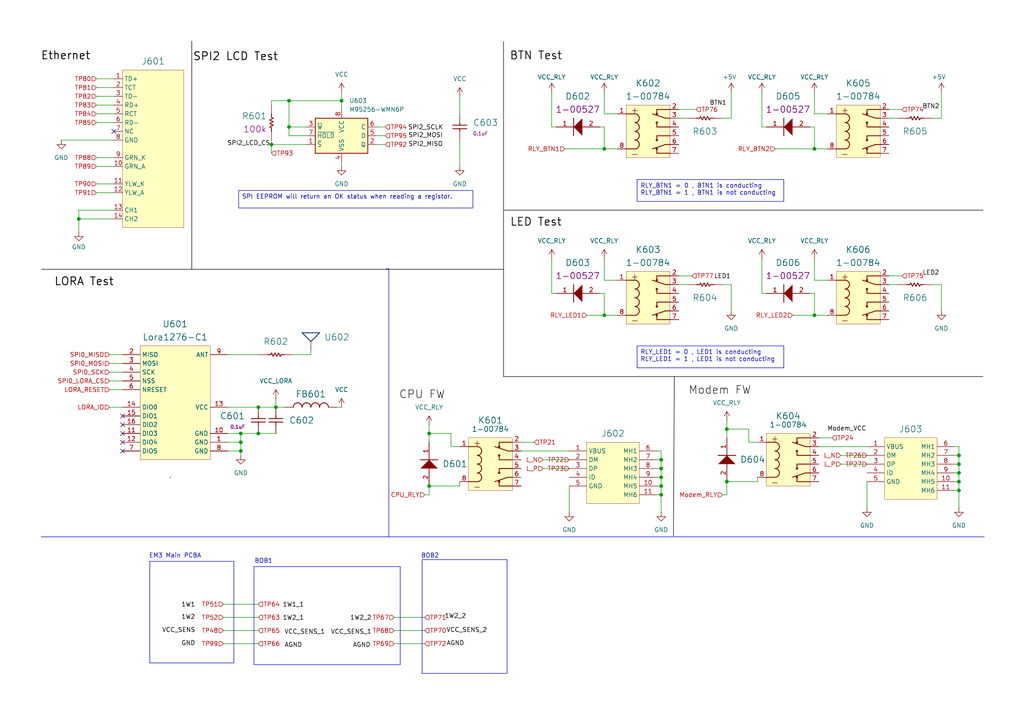
<source format=kicad_sch>
(kicad_sch (version 20231120) (generator "eeschema") (generator_version "8.0")
  (paper "A4")
  (lib_symbols
    (symbol "EXACT_CAP:1-00004"
      (property "Reference" "C" (at 0 0 0))
      (property "Value" "${VALUE}" (at 5.08 0 0))
      (symbol "1-00004_1_0"
        (pin passive line (at -3.81 0 0) (length 2.54) (name "1") (number "1"))
        (pin passive line (at 3.81 0 180) (length 2.54) (name "2") (number "2"))
      )
    )
    (symbol "EXACT_CAP:CL21A106KPFNNNG"
      (property "Reference" "C" (at 0 0 0))
      (symbol "CL21A106KPFNNNG_1_0"
        (pin passive line (at -3.81 0 0) (length 2.54) (name "1") (number "1"))
        (pin passive line (at 3.81 0 180) (length 2.54) (name "2") (number "2"))
      )
    )
    (symbol "EXACT_CONN:1-01311"
      (property "Reference" "J" (at 2.54 2.54 0))
      (symbol "1-01311_1_0"
        (pin passive line (at 0 0 0) (length 2.54) (name "TD+") (number "1"))
        (pin passive line (at 0 -25.4 0) (length 2.54) (name "GRN_A") (number "10"))
        (pin passive line (at 0 -30.48 0) (length 2.54) (name "YLW_K") (number "11"))
        (pin passive line (at 0 -33.02 0) (length 2.54) (name "YLW_A") (number "12"))
        (pin passive line (at 0 -38.1 0) (length 2.54) (name "CH1") (number "13"))
        (pin passive line (at 0 -40.64 0) (length 2.54) (name "CH2") (number "14"))
        (pin passive line (at 0 -2.54 0) (length 2.54) (name "TCT") (number "2"))
        (pin passive line (at 0 -5.08 0) (length 2.54) (name "TD-") (number "3"))
        (pin passive line (at 0 -7.62 0) (length 2.54) (name "RD+") (number "4"))
        (pin passive line (at 0 -10.16 0) (length 2.54) (name "RCT") (number "5"))
        (pin passive line (at 0 -12.7 0) (length 2.54) (name "RD-") (number "6"))
        (pin passive line (at 0 -15.24 0) (length 2.54) (name "NC") (number "7"))
        (pin passive line (at 0 -17.78 0) (length 2.54) (name "GND") (number "8"))
        (pin passive line (at 0 -22.86 0) (length 2.54) (name "GRN_K") (number "9"))
      )
    )
    (symbol "EXACT_CONN:10118192-0001LF"
      (property "Reference" "J" (at -1.27 1.27 0))
      (property "Value" "10118192-0001LF" (at -1.27 -3.81 0))
      (symbol "10118192-0001LF_1_0"
        (pin passive line (at -12.7 5.08 0) (length 5.08) (name "VBUS") (number "1"))
        (pin passive line (at 12.7 -5.08 180) (length 5.08) (name "MH5") (number "10"))
        (pin passive line (at 12.7 -7.62 180) (length 5.08) (name "MH6") (number "11"))
        (pin passive line (at -12.7 2.54 0) (length 5.08) (name "DM") (number "2"))
        (pin passive line (at -12.7 0 0) (length 5.08) (name "DP") (number "3"))
        (pin passive line (at -12.7 -2.54 0) (length 5.08) (name "ID") (number "4"))
        (pin passive line (at -12.7 -5.08 0) (length 5.08) (name "GND") (number "5"))
        (pin passive line (at 12.7 5.08 180) (length 5.08) (name "MH1") (number "6"))
        (pin passive line (at 12.7 2.54 180) (length 5.08) (name "MH2") (number "7"))
        (pin passive line (at 12.7 0 180) (length 5.08) (name "MH3") (number "8"))
        (pin passive line (at 12.7 -2.54 180) (length 5.08) (name "MH4") (number "9"))
      )
    )
    (symbol "EXACT_DIO:1-00527"
      (property "Reference" "D" (at -1.27 1.27 0))
      (property "EXACT Part Number" "1-00527" (at -5.08 2.54 0))
      (property "Voltage" "75V" (at 1.27 -2.54 0))
      (symbol "1-00527_1_0"
        (pin passive line (at 5.08 0 180) (length 5.08) (name "A") (number "1"))
        (pin passive line (at -7.62 0 0) (length 5.08) (name "K") (number "2"))
      )
    )
    (symbol "EXACT_IND:MPZ1608B471ATA00"
      (property "Reference" "FB" (at 1.27 1.27 0))
      (property "DCR" "470R" (at 1.27 -2.54 0))
      (property "Current" "1A" (at -6.35 -2.54 0))
      (symbol "MPZ1608B471ATA00_1_0"
        (pin passive line (at -7.62 0 0) (length 2.54) (name "1") (number "1"))
        (pin passive line (at 7.62 0 180) (length 2.54) (name "2") (number "2"))
      )
    )
    (symbol "EXACT_MISC:1-00784"
      (property "Reference" "K" (at -1.27 1.27 0))
      (property "Value" "1-00784" (at -1.27 -3.81 0))
      (symbol "1-00784_1_0"
        (text "+" (at -5.08 3.81 0) (effects (font (size 1.8288 1.8288)) (justify left bottom)))
        (text "-" (at -5.08 -8.89 0) (effects (font (size 1.8288 1.8288)) (justify left bottom)))
        (pin passive line (at -8.89 3.81 0) (length 2.54) (name "") (number "1"))
        (pin passive line (at 8.89 5.08 180) (length 2.54) (name "2") (number "2"))
        (pin passive line (at 8.89 2.54 180) (length 2.54) (name "") (number "3"))
        (pin passive line (at 8.89 0 180) (length 2.54) (name "") (number "4"))
        (pin passive line (at 8.89 -2.54 180) (length 2.54) (name "5") (number "5"))
        (pin passive line (at 8.89 -5.08 180) (length 2.54) (name "6") (number "6"))
        (pin passive line (at 8.89 -7.62 180) (length 2.54) (name "7") (number "7"))
        (pin passive line (at -8.89 -6.35 0) (length 2.54) (name "8") (number "8"))
      )
    )
    (symbol "EXACT_MISC:DN038"
      (property "Reference" "U" (at -1.27 1.27 0))
      (property "Value" "PCB Antenna 868MHz - 925MHz" (at -1.27 -3.81 0))
      (symbol "DN038_1_0"
        (pin passive line (at 0 -2.54 90) (length 2.54) (name "*") (number "1"))
      )
    )
    (symbol "EXACT_MOD:Lora1276-C1"
      (property "Reference" "U" (at -1.27 1.27 0))
      (property "Value" "Lora1276-C1" (at -1.27 -3.81 0))
      (symbol "Lora1276-C1_1_0"
        (pin passive line (at 15.24 -10.16 180) (length 5.08) (name "GND") (number "1"))
        (pin passive line (at 15.24 -7.62 180) (length 5.08) (name "GND") (number "10"))
        (pin passive line (at -15.24 -7.62 0) (length 5.08) (name "DIO3") (number "11"))
        (pin passive line (at -15.24 -10.16 0) (length 5.08) (name "DIO4") (number "12"))
        (pin passive line (at 15.24 0 180) (length 5.08) (name "VCC") (number "13"))
        (pin passive line (at -15.24 0 0) (length 5.08) (name "DIO0") (number "14"))
        (pin passive line (at -15.24 -2.54 0) (length 5.08) (name "DIO1") (number "15"))
        (pin passive line (at -15.24 -5.08 0) (length 5.08) (name "DIO2") (number "16"))
        (pin passive line (at -15.24 15.24 0) (length 5.08) (name "MISO") (number "2"))
        (pin passive line (at -15.24 12.7 0) (length 5.08) (name "MOSI") (number "3"))
        (pin passive line (at -15.24 10.16 0) (length 5.08) (name "SCK") (number "4"))
        (pin passive line (at -15.24 7.62 0) (length 5.08) (name "NSS") (number "5"))
        (pin passive line (at -15.24 5.08 0) (length 5.08) (name "NRESET") (number "6"))
        (pin passive line (at -15.24 -12.7 0) (length 5.08) (name "DIO5") (number "7"))
        (pin passive line (at 15.24 -12.7 180) (length 5.08) (name "GND") (number "8"))
        (pin passive line (at 15.24 15.24 180) (length 5.08) (name "ANT") (number "9"))
      )
    )
    (symbol "EXACT_RES:1-00015"
      (property "Reference" "R" (at -10.16 0 0))
      (property "Value" "${VALUE}" (at -3.81 0 0))
      (symbol "1-00015_1_0"
        (pin passive line (at 5.08 0 180) (length 2.54) (name "1") (number "1"))
        (pin passive line (at -5.08 0 0) (length 2.54) (name "2") (number "2"))
      )
    )
    (symbol "EXACT_RES:1-00045"
      (property "Reference" "R" (at -10.16 0 0))
      (property "Value" "${VALUE}" (at -3.81 0 0))
      (symbol "1-00045_1_0"
        (pin passive line (at 5.08 0 180) (length 2.54) (name "1") (number "1"))
        (pin passive line (at -5.08 0 0) (length 2.54) (name "2") (number "2"))
      )
    )
    (symbol "EXACT_RES:RC0603FR-07100KL"
      (property "Reference" "R" (at -10.16 0 0))
      (property "Value" "${VALUE}" (at -3.81 0 0))
      (symbol "RC0603FR-07100KL_1_0"
        (pin passive line (at 5.08 0 180) (length 2.54) (name "1") (number "1"))
        (pin passive line (at -5.08 0 0) (length 2.54) (name "2") (number "2"))
      )
    )
    (symbol "Memory_EEPROM:M95256-WMN6P"
      (property "Reference" "U" (at -7.62 6.35 0))
      (property "Value" "M95256-WMN6P" (at 2.54 -6.35 0))
      (symbol "M95256-WMN6P_1_1"
        (pin input line (at -10.16 -2.54 0) (length 2.54) (name "~{S}") (number "1"))
        (pin output line (at 10.16 -2.54 180) (length 2.54) (name "Q") (number "2"))
        (pin input line (at -10.16 2.54 0) (length 2.54) (name "~{W}") (number "3"))
        (pin power_in line (at 0 -7.62 90) (length 2.54) (name "VSS") (number "4"))
        (pin input line (at 10.16 0 180) (length 2.54) (name "D") (number "5"))
        (pin input line (at 10.16 2.54 180) (length 2.54) (name "C") (number "6"))
        (pin input line (at -10.16 0 0) (length 2.54) (name "~{HOLD}") (number "7"))
        (pin power_in line (at 0 7.62 270) (length 2.54) (name "VCC") (number "8"))
      )
    )
    (symbol "power:+1V0" (power) (pin_numbers hide) (pin_names (offset 0) hide)
      (property "Value" "+1V0" (at 0 3.556 0))
      (symbol "+1V0_1_1"
        (pin power_in line (at 0 0 90) (length 0) (name "~") (number "1"))
      )
    )
    (symbol "power:+5V" (power) (pin_numbers hide) (pin_names (offset 0) hide)
      (property "Value" "+5V" (at 0 3.556 0))
      (symbol "+5V_1_1"
        (pin power_in line (at 0 0 90) (length 0) (name "~") (number "1"))
      )
    )
    (symbol "power:GND" (power) (pin_numbers hide) (pin_names (offset 0) hide)
      (property "Value" "GND" (at 0 -3.81 0))
      (symbol "GND_1_1"
        (pin power_in line (at 0 0 270) (length 0) (name "~") (number "1"))
      )
    )
    (symbol "power:VCC" (power) (pin_numbers hide) (pin_names (offset 0) hide)
      (property "Value" "VCC" (at 0 3.556 0))
      (symbol "VCC_1_1"
        (pin power_in line (at 0 0 90) (length 0) (name "~") (number "1"))
      )
    )
  )
  (junction (at 74.93 125.73))
  (junction (at 99.06 29.21))
  (junction (at 22.86 63.5))
  (junction (at 278.13 142.24))
  (junction (at 236.22 43.18))
  (junction (at 80.01 118.11))
  (junction (at 191.77 138.43))
  (junction (at 83.82 29.21))
  (junction (at 74.93 118.11))
  (junction (at 69.85 125.73))
  (junction (at 124.46 125.73))
  (junction (at 69.85 130.81))
  (junction (at 210.82 139.7))
  (junction (at 78.74 41.91))
  (junction (at 278.13 134.62))
  (junction (at 191.77 133.35))
  (junction (at 175.26 43.18))
  (junction (at 210.82 124.46))
  (junction (at 278.13 132.08))
  (junction (at 278.13 139.7))
  (junction (at 83.82 36.83))
  (junction (at 278.13 137.16))
  (junction (at 69.85 128.27))
  (junction (at 124.46 140.97))
  (junction (at 191.77 135.89))
  (junction (at 236.22 91.44))
  (junction (at 175.26 91.44))
  (junction (at 191.77 143.51))
  (junction (at 191.77 140.97))
  (no_connect (at 35.56 130.81))
  (no_connect (at 35.56 120.65))
  (no_connect (at 35.56 125.73))
  (no_connect (at 35.56 123.19))
  (no_connect (at 33.02 38.1))
  (no_connect (at 35.56 128.27))
  (wire (pts (xy 66.04 128.27) (xy 69.85 128.27)))
  (wire (pts (xy 78.74 30.48) (xy 78.74 29.21)))
  (wire (pts (xy 157.48 133.35) (xy 165.1 133.35)))
  (wire (pts (xy 278.13 139.7) (xy 278.13 142.24)))
  (wire (pts (xy 175.26 43.18) (xy 179.07 43.18)))
  (wire (pts (xy 234.95 36.83) (xy 236.22 36.83)))
  (wire (pts (xy 31.75 113.03) (xy 35.56 113.03)))
  (wire (pts (xy 64.77 182.88) (xy 74.93 182.88)))
  (polyline (pts (xy 55.626 11.938) (xy 55.626 77.978)) (stroke (width 0) (color 0 0 0 1)))
  (wire (pts (xy 85.09 102.87) (xy 90.17 102.87)))
  (wire (pts (xy 278.13 132.08) (xy 278.13 134.62)))
  (wire (pts (xy 276.86 132.08) (xy 278.13 132.08)))
  (wire (pts (xy 109.22 41.91) (xy 111.76 41.91)))
  (wire (pts (xy 217.17 124.46) (xy 210.82 124.46)))
  (wire (pts (xy 219.71 139.7) (xy 219.71 138.43)))
  (wire (pts (xy 157.48 135.89) (xy 165.1 135.89)))
  (wire (pts (xy 236.22 91.44) (xy 240.03 91.44)))
  (wire (pts (xy 31.75 102.87) (xy 35.56 102.87)))
  (wire (pts (xy 83.82 39.37) (xy 83.82 36.83)))
  (wire (pts (xy 83.82 36.83) (xy 83.82 29.21)))
  (wire (pts (xy 276.86 134.62) (xy 278.13 134.62)))
  (wire (pts (xy 190.5 140.97) (xy 191.77 140.97)))
  (wire (pts (xy 170.18 91.44) (xy 175.26 91.44)))
  (wire (pts (xy 210.82 121.92) (xy 210.82 124.46)))
  (wire (pts (xy 163.83 43.18) (xy 175.26 43.18)))
  (wire (pts (xy 260.35 34.29) (xy 257.81 34.29)))
  (wire (pts (xy 278.13 129.54) (xy 278.13 132.08)))
  (wire (pts (xy 31.75 105.41) (xy 35.56 105.41)))
  (wire (pts (xy 78.74 40.64) (xy 78.74 41.91)))
  (wire (pts (xy 191.77 140.97) (xy 191.77 143.51)))
  (wire (pts (xy 229.87 91.44) (xy 236.22 91.44)))
  (wire (pts (xy 22.86 63.5) (xy 33.02 63.5)))
  (wire (pts (xy 276.86 137.16) (xy 278.13 137.16)))
  (wire (pts (xy 130.81 125.73) (xy 124.46 125.73)))
  (wire (pts (xy 237.49 127) (xy 241.3 127)))
  (wire (pts (xy 88.9 36.83) (xy 83.82 36.83)))
  (wire (pts (xy 133.35 129.54) (xy 130.81 129.54)))
  (wire (pts (xy 217.17 128.27) (xy 217.17 124.46)))
  (wire (pts (xy 212.09 26.67) (xy 212.09 34.29)))
  (wire (pts (xy 278.13 142.24) (xy 278.13 147.32)))
  (wire (pts (xy 27.94 55.88) (xy 33.02 55.88)))
  (wire (pts (xy 64.77 175.26) (xy 74.93 175.26)))
  (wire (pts (xy 190.5 138.43) (xy 191.77 138.43)))
  (wire (pts (xy 209.55 143.51) (xy 210.82 143.51)))
  (wire (pts (xy 236.22 26.67) (xy 236.22 33.02)))
  (wire (pts (xy 210.82 124.46) (xy 210.82 127)))
  (polyline (pts (xy 146.05 60.96) (xy 285.115 60.96)) (stroke (width 0) (color 0 0 0 1)))
  (wire (pts (xy 109.22 36.83) (xy 111.76 36.83)))
  (wire (pts (xy 27.94 45.72) (xy 33.02 45.72)))
  (wire (pts (xy 31.75 118.11) (xy 35.56 118.11)))
  (wire (pts (xy 114.3 186.69) (xy 123.19 186.69)))
  (wire (pts (xy 22.86 60.96) (xy 33.02 60.96)))
  (wire (pts (xy 27.94 35.56) (xy 33.02 35.56)))
  (wire (pts (xy 199.39 34.29) (xy 196.85 34.29)))
  (wire (pts (xy 220.98 85.09) (xy 222.25 85.09)))
  (wire (pts (xy 236.22 81.28) (xy 240.03 81.28)))
  (wire (pts (xy 210.82 139.7) (xy 219.71 139.7)))
  (wire (pts (xy 220.98 36.83) (xy 222.25 36.83)))
  (wire (pts (xy 69.85 128.27) (xy 69.85 130.81)))
  (wire (pts (xy 251.46 139.7) (xy 251.46 147.32)))
  (wire (pts (xy 133.35 27.94) (xy 133.35 33.02)))
  (polyline (pts (xy 146.05 78.105) (xy 12.065 78.105)) (stroke (width 0) (color 0 0 0 1)))
  (wire (pts (xy 99.06 118.11) (xy 97.79 118.11)))
  (wire (pts (xy 78.74 44.45) (xy 78.74 41.91)))
  (wire (pts (xy 123.19 143.51) (xy 124.46 143.51)))
  (wire (pts (xy 175.26 33.02) (xy 179.07 33.02)))
  (wire (pts (xy 276.86 129.54) (xy 278.13 129.54)))
  (wire (pts (xy 200.66 80.01) (xy 196.85 80.01)))
  (wire (pts (xy 191.77 138.43) (xy 191.77 140.97)))
  (polyline (pts (xy 112.014 77.978) (xy 112.776 77.978)))
  (polyline (pts (xy 49.276 138.43) (xy 49.53 138.43)) (stroke (width 0) (color 0 0 0 1)))
  (wire (pts (xy 273.05 82.55) (xy 273.05 90.17)))
  (wire (pts (xy 278.13 134.62) (xy 278.13 137.16)))
  (wire (pts (xy 173.99 85.09) (xy 175.26 85.09)))
  (wire (pts (xy 165.1 140.97) (xy 165.1 148.59)))
  (wire (pts (xy 273.05 26.67) (xy 273.05 34.29)))
  (wire (pts (xy 190.5 135.89) (xy 191.77 135.89)))
  (wire (pts (xy 199.39 82.55) (xy 196.85 82.55)))
  (wire (pts (xy 22.86 60.96) (xy 22.86 63.5)))
  (wire (pts (xy 237.49 129.54) (xy 251.46 129.54)))
  (wire (pts (xy 175.26 85.09) (xy 175.26 91.44)))
  (polyline (pts (xy 146.05 109.22) (xy 285.115 109.22)) (stroke (width 0) (color 0 0 0 1)))
  (wire (pts (xy 66.04 125.73) (xy 69.85 125.73)))
  (wire (pts (xy 175.26 26.67) (xy 175.26 33.02)))
  (wire (pts (xy 27.94 48.26) (xy 33.02 48.26)))
  (wire (pts (xy 83.82 29.21) (xy 99.06 29.21)))
  (polyline (pts (xy 146.05 78.105) (xy 146.05 109.22)) (stroke (width 0) (color 0 0 0 1)))
  (wire (pts (xy 234.95 85.09) (xy 236.22 85.09)))
  (wire (pts (xy 69.85 125.73) (xy 69.85 128.27)))
  (polyline (pts (xy 285.496 155.702) (xy 112.776 155.702)))
  (wire (pts (xy 212.09 82.55) (xy 209.55 82.55)))
  (wire (pts (xy 196.85 31.75) (xy 201.93 31.75)))
  (wire (pts (xy 236.22 85.09) (xy 236.22 91.44)))
  (wire (pts (xy 276.86 139.7) (xy 278.13 139.7)))
  (wire (pts (xy 17.78 40.64) (xy 33.02 40.64)))
  (wire (pts (xy 31.75 107.95) (xy 35.56 107.95)))
  (wire (pts (xy 22.86 63.5) (xy 22.86 67.31)))
  (wire (pts (xy 243.84 134.62) (xy 251.46 134.62)))
  (wire (pts (xy 74.93 125.73) (xy 80.01 125.73)))
  (wire (pts (xy 88.9 39.37) (xy 83.82 39.37)))
  (wire (pts (xy 27.94 33.02) (xy 33.02 33.02)))
  (wire (pts (xy 64.77 186.69) (xy 74.93 186.69)))
  (wire (pts (xy 124.46 143.51) (xy 124.46 140.97)))
  (wire (pts (xy 69.85 130.81) (xy 69.85 132.08)))
  (wire (pts (xy 99.06 29.21) (xy 99.06 31.75)))
  (wire (pts (xy 175.26 74.93) (xy 175.26 81.28)))
  (wire (pts (xy 190.5 143.51) (xy 191.77 143.51)))
  (wire (pts (xy 74.93 118.11) (xy 80.01 118.11)))
  (wire (pts (xy 66.04 118.11) (xy 74.93 118.11)))
  (wire (pts (xy 224.79 43.18) (xy 236.22 43.18)))
  (wire (pts (xy 276.86 142.24) (xy 278.13 142.24)))
  (wire (pts (xy 191.77 133.35) (xy 191.77 135.89)))
  (wire (pts (xy 175.26 91.44) (xy 179.07 91.44)))
  (wire (pts (xy 64.77 179.07) (xy 74.93 179.07)))
  (wire (pts (xy 133.35 40.64) (xy 133.35 48.26)))
  (polyline (pts (xy 146.05 12.065) (xy 146.05 78.105)) (stroke (width 0) (color 0 0 0 1)))
  (wire (pts (xy 27.94 30.48) (xy 33.02 30.48)))
  (wire (pts (xy 220.98 26.67) (xy 220.98 36.83)))
  (wire (pts (xy 99.06 26.67) (xy 99.06 29.21)))
  (wire (pts (xy 133.35 140.97) (xy 133.35 139.7)))
  (wire (pts (xy 212.09 34.29) (xy 209.55 34.29)))
  (wire (pts (xy 236.22 43.18) (xy 240.03 43.18)))
  (wire (pts (xy 151.13 130.81) (xy 165.1 130.81)))
  (wire (pts (xy 191.77 135.89) (xy 191.77 138.43)))
  (wire (pts (xy 130.81 129.54) (xy 130.81 125.73)))
  (wire (pts (xy 66.04 102.87) (xy 74.93 102.87)))
  (wire (pts (xy 78.74 41.91) (xy 88.9 41.91)))
  (wire (pts (xy 27.94 27.94) (xy 33.02 27.94)))
  (wire (pts (xy 124.46 123.19) (xy 124.46 125.73)))
  (wire (pts (xy 78.74 29.21) (xy 83.82 29.21)))
  (wire (pts (xy 236.22 33.02) (xy 240.03 33.02)))
  (wire (pts (xy 261.62 80.01) (xy 257.81 80.01)))
  (wire (pts (xy 190.5 130.81) (xy 191.77 130.81)))
  (wire (pts (xy 69.85 125.73) (xy 74.93 125.73)))
  (wire (pts (xy 278.13 137.16) (xy 278.13 139.7)))
  (wire (pts (xy 243.84 132.08) (xy 251.46 132.08)))
  (wire (pts (xy 99.06 46.99) (xy 99.06 48.26)))
  (wire (pts (xy 124.46 140.97) (xy 133.35 140.97)))
  (wire (pts (xy 219.71 128.27) (xy 217.17 128.27)))
  (wire (pts (xy 90.17 102.87) (xy 90.17 101.6)))
  (wire (pts (xy 175.26 81.28) (xy 179.07 81.28)))
  (wire (pts (xy 66.04 130.81) (xy 69.85 130.81)))
  (wire (pts (xy 173.99 36.83) (xy 175.26 36.83)))
  (wire (pts (xy 160.02 85.09) (xy 161.29 85.09)))
  (polyline (pts (xy 112.776 155.702) (xy 112.776 77.978)))
  (polyline (pts (xy 195.58 109.22) (xy 195.326 155.448)) (stroke (width 0) (color 0 0 0 1)))
  (wire (pts (xy 220.98 74.93) (xy 220.98 85.09)))
  (wire (pts (xy 260.35 82.55) (xy 257.81 82.55)))
  (wire (pts (xy 273.05 34.29) (xy 270.51 34.29)))
  (wire (pts (xy 31.75 110.49) (xy 35.56 110.49)))
  (wire (pts (xy 236.22 74.93) (xy 236.22 81.28)))
  (wire (pts (xy 151.13 128.27) (xy 154.94 128.27)))
  (wire (pts (xy 27.94 53.34) (xy 33.02 53.34)))
  (wire (pts (xy 175.26 36.83) (xy 175.26 43.18)))
  (wire (pts (xy 109.22 39.37) (xy 111.76 39.37)))
  (wire (pts (xy 80.01 115.57) (xy 80.01 118.11)))
  (wire (pts (xy 27.94 22.86) (xy 33.02 22.86)))
  (wire (pts (xy 114.3 179.07) (xy 123.19 179.07)))
  (polyline (pts (xy 11.938 155.702) (xy 112.776 155.702)))
  (wire (pts (xy 124.46 125.73) (xy 124.46 128.27)))
  (wire (pts (xy 114.3 182.88) (xy 123.19 182.88)))
  (wire (pts (xy 261.62 31.75) (xy 257.81 31.75)))
  (wire (pts (xy 27.94 25.4) (xy 33.02 25.4)))
  (wire (pts (xy 160.02 74.93) (xy 160.02 85.09)))
  (wire (pts (xy 210.82 143.51) (xy 210.82 139.7)))
  (wire (pts (xy 191.77 143.51) (xy 191.77 148.59)))
  (wire (pts (xy 191.77 130.81) (xy 191.77 133.35)))
  (wire (pts (xy 212.09 82.55) (xy 212.09 90.17)))
  (wire (pts (xy 273.05 82.55) (xy 270.51 82.55)))
  (wire (pts (xy 190.5 133.35) (xy 191.77 133.35)))
  (wire (pts (xy 160.02 26.67) (xy 160.02 36.83)))
  (wire (pts (xy 160.02 36.83) (xy 161.29 36.83)))
  (wire (pts (xy 82.55 118.11) (xy 80.01 118.11)))
  (wire (pts (xy 236.22 36.83) (xy 236.22 43.18)))
  (rectangle (start 73.66 164.338) (end 116.078 192.786))
  (rectangle (start 122.428 162.306) (end 147.066 195.326))
  (rectangle (start 43.434 162.814) (end 67.818 192.278))
  (text_box "RLY_BTN1 = 0 , BTN1 is conducting\nRLY_BTN1 = 1 , BTN1 is not conducting" (at 184.785 52.07 0) (size 42.545 6.35) (effects (font (size 1.27 1.27)) (justify left top)))
  (text_box "SPI EEPROM will return an OK status when reading a registor. \n" (at 69.215 55.245 0) (size 67.945 5.08) (effects (font (size 1.27 1.27) (thickness 0.1588)) (justify left top)))
  (text_box "RLY_LED1 = 0 , LED1 is conducting\nRLY_LED1 = 1 , LED1 is not conducting" (at 184.785 100.33 0) (size 42.545 6.35) (effects (font (size 1.27 1.27)) (justify left top)))
  (text "1W2" (at 54.61 179.07 0) (effects (font (size 1.27 1.27))))
  (text "BOB2" (at 124.714 161.29 0) (effects (font (size 1.27 1.27))))
  (text "LED Test" (at 155.448 64.516 0) (effects (font (size 2.286 2.286) (thickness 0.2381))))
  (text "LED1" (at 209.55 80.264 0) (effects (font (size 1.27 1.27))))
  (text "BTN2" (at 270.002 30.988 0) (effects (font (size 1.27 1.27))))
  (text "VCC_SENS_1" (at 88.392 183.388 0) (effects (font (size 1.27 1.27))))
  (text "GND" (at 54.61 186.69 0) (effects (font (size 1.27 1.27))))
  (text "1W1" (at 54.61 175.514 0) (effects (font (size 1.27 1.27))))
  (text "1W2_2" (at 132.08 178.816 0) (effects (font (size 1.27 1.27))))
  (text "CPU FW\n" (at 122.428 114.554 0) (effects (font (size 2.286 2.286))))
  (text "AGND" (at 85.09 187.198 0) (effects (font (size 1.27 1.27))))
  (text "LORA Test" (at 24.384 81.788 0) (effects (font (size 2.286 2.286) (thickness 0.254) (bold yes))))
  (text "Modem FW\n" (at 208.788 113.284 0) (effects (font (size 2.286 2.286))))
  (text "VCC_SENS" (at 51.816 182.88 0) (effects (font (size 1.27 1.27))))
  (text "Modem_VCC\n" (at 245.618 124.46 0) (effects (font (size 1.27 1.27))))
  (text "LED2" (at 270.002 79.248 0) (effects (font (size 1.27 1.27))))
  (text "SPI2_SCLK\n" (at 123.444 37.084 0) (effects (font (size 1.27 1.27))))
  (text "BTN1" (at 208.28 29.972 0) (effects (font (size 1.27 1.27))))
  (text "AGND" (at 132.08 186.69 0) (effects (font (size 1.27 1.27))))
  (text "VCC_SENS_1" (at 101.854 183.388 0) (effects (font (size 1.27 1.27))))
  (text "Ethernet\n" (at 19.05 16.256 0) (effects (font (size 2.286 2.286) (thickness 0.254) (bold yes))))
  (text "1W1_1\n" (at 85.09 175.514 0) (effects (font (size 1.27 1.27))))
  (text "EM3 Main PCBA" (at 50.8 161.29 0) (effects (font (size 1.27 1.27))))
  (text "SPI2_MISO\n" (at 123.444 41.91 0) (effects (font (size 1.27 1.27))))
  (text "SPI2_MOSI\n\n" (at 123.444 40.386 0) (effects (font (size 1.27 1.27))))
  (text "SPI2 LCD Test" (at 68.326 16.51 0) (effects (font (size 2.286 2.286) (thickness 0.254) (bold yes))))
  (text "VCC_SENS_2" (at 135.382 182.88 0) (effects (font (size 1.27 1.27))))
  (text "BOB1" (at 76.454 162.814 0) (effects (font (size 1.27 1.27))))
  (text "SPI2_LCD_CS" (at 72.136 41.656 0) (effects (font (size 1.27 1.27))))
  (text "AGND" (at 104.902 187.198 0) (effects (font (size 1.27 1.27))))
  (text "BTN Test" (at 155.448 16.256 0) (effects (font (size 2.286 2.286) (thickness 0.2381))))
  (text "1W2_1" (at 85.09 179.324 0) (effects (font (size 1.27 1.27))))
  (text "1W2_2" (at 104.648 179.324 0) (effects (font (size 1.27 1.27))))
  (hierarchical_label "TP26" (shape input) (at 251.46 132.08 180))
  (hierarchical_label "TP83" (shape input) (at 27.94 30.48 180))
  (hierarchical_label "SPI0_LORA_CS" (shape input) (at 31.75 110.49 180) (effects (font (thickness 0.1588))))
  (hierarchical_label "TP76" (shape input) (at 201.93 31.75 0))
  (hierarchical_label "LORA_IO" (shape input) (at 31.75 118.11 180) (effects (font (thickness 0.1588))))
  (hierarchical_label "RLY_LED2" (shape input) (at 229.87 91.44 180))
  (hierarchical_label "TP48" (shape input) (at 64.77 182.88 180))
  (hierarchical_label "CPU_RLY" (shape input) (at 123.19 143.51 180))
  (hierarchical_label "TP80" (shape input) (at 27.94 22.86 180))
  (hierarchical_label "TP85" (shape input) (at 27.94 35.56 180))
  (hierarchical_label "SPI0_SCK" (shape input) (at 31.75 107.95 180) (effects (font (thickness 0.1588))))
  (hierarchical_label "LORA_RESET" (shape input) (at 31.75 113.03 180) (effects (font (thickness 0.1588))))
  (hierarchical_label "TP66" (shape input) (at 74.93 186.69 0))
  (hierarchical_label "TP51" (shape input) (at 64.77 175.26 180))
  (hierarchical_label "TP52" (shape input) (at 64.77 179.07 180))
  (hierarchical_label "TP84" (shape input) (at 27.94 33.02 180))
  (hierarchical_label "TP74" (shape input) (at 261.62 31.75 0))
  (hierarchical_label "TP71" (shape input) (at 123.19 179.07 0))
  (hierarchical_label "TP68" (shape input) (at 114.3 182.88 180))
  (hierarchical_label "SPI0_MOSI" (shape input) (at 31.75 105.41 180) (effects (font (thickness 0.1588))))
  (hierarchical_label "TP94" (shape input) (at 111.76 36.83 0))
  (hierarchical_label "TP82" (shape input) (at 27.94 27.94 180))
  (hierarchical_label "TP64" (shape input) (at 74.93 175.26 0))
  (hierarchical_label "TP95" (shape input) (at 111.76 39.37 0))
  (hierarchical_label "TP92" (shape input) (at 111.76 41.91 0))
  (hierarchical_label "TP24" (shape input) (at 241.3 127 0))
  (hierarchical_label "TP22" (shape input) (at 165.1 133.35 180))
  (hierarchical_label "RLY_LED1" (shape input) (at 170.18 91.44 180))
  (hierarchical_label "TP69" (shape input) (at 114.3 186.69 180))
  (hierarchical_label "TP81" (shape input) (at 27.94 25.4 180))
  (hierarchical_label "SPI0_MISO" (shape input) (at 31.75 102.87 180) (effects (font (thickness 0.1588))))
  (hierarchical_label "TP77" (shape input) (at 200.66 80.01 0))
  (hierarchical_label "TP99" (shape input) (at 64.77 186.69 180))
  (hierarchical_label "L_N" (shape input) (at 243.84 132.08 180))
  (hierarchical_label "RLY_BTN1" (shape input) (at 163.83 43.18 180))
  (hierarchical_label "TP27" (shape input) (at 251.46 134.62 180))
  (hierarchical_label "TP75" (shape input) (at 261.62 80.01 0))
  (hierarchical_label "TP65" (shape input) (at 74.93 182.88 0))
  (hierarchical_label "RLY_BTN2" (shape input) (at 224.79 43.18 180))
  (hierarchical_label "L_P" (shape input) (at 243.84 134.62 180))
  (hierarchical_label "TP21" (shape input) (at 154.94 128.27 0))
  (hierarchical_label "Modem_RLY" (shape input) (at 209.55 143.51 180))
  (hierarchical_label "TP93" (shape input) (at 78.74 44.45 0))
  (hierarchical_label "TP72" (shape input) (at 123.19 186.69 0))
  (hierarchical_label "L_N" (shape input) (at 157.48 133.35 180))
  (hierarchical_label "TP88" (shape input) (at 27.94 45.72 180))
  (hierarchical_label "TP67" (shape input) (at 114.3 179.07 180))
  (hierarchical_label "TP70" (shape input) (at 123.19 182.88 0))
  (hierarchical_label "TP91" (shape input) (at 27.94 55.88 180))
  (hierarchical_label "TP23" (shape input) (at 165.1 135.89 180))
  (hierarchical_label "TP63" (shape input) (at 74.93 179.07 0))
  (hierarchical_label "TP89" (shape input) (at 27.94 48.26 180))
  (hierarchical_label "L_P" (shape input) (at 157.48 135.89 180))
  (hierarchical_label "TP90" (shape input) (at 27.94 53.34 180))
  (symbol (lib_id "power:GND") (at 251.46 147.32 0) (unit 1)
    (property "Reference" "#PWR0623" (effects (hide yes)))
    (property "Value" "GND" (at 251.46 152.4 0))
    (property "Description" "Power symbol creates a global label with name \"GND\" , ground" (effects (hide yes)))
  )
  (symbol (lib_id "EXACT_CONN:1-01311") (at 33.02 22.86 0) (unit 1)
    (property "Reference" "J601" (at 44.45 17.78 0) (effects (font (size 1.8288 1.8288))))
    (property "Value" "1-01311" (effects (hide yes)))
    (property "Footprint" "CONN:J1B1211CCD" (effects (hide yes)))
    (property "Description" "CONN JACK 1PORT 100 BASE-T PCB" (effects (hide yes)))
    (property "ALTIUM_VALUE" "*" (effects (hide yes)))
    (property "EXACT Part Number" "1-01311" (effects (hide yes)))
    (property "Manufacturer" "WIZnet" (effects (hide yes)))
    (property "Manufacturer Part Number" "J1B1211CCD" (effects (hide yes)))
    (property "Package" "*" (effects (hide yes)))
    (property "Vendor" "Digi-key" (effects (hide yes)))
    (property "Vendor Part Number" "1278-1052-ND" (effects (hide yes)))
  )
  (symbol (lib_id "EXACT_CAP:1-00004") (at 133.35 36.83 270) (unit 1)
    (property "Reference" "C603" (at 137.16 35.5599 90) (effects (font (size 1.8288 1.8288)) (justify left)))
    (property "Value" "${VALUE}" (effects (hide yes)))
    (property "Footprint" "CAP:CAP_0603" (effects (hide yes)))
    (property "Description" "CAP CER 0.1UF 50V X7R 0603" (effects (hide yes)))
    (property "Vendor" "Digi-Key" (effects (hide yes)))
    (property "Vendor Part Number" "478-5778-1-ND" (effects (hide yes)))
    (property "Manufacturer" "AVX Corporation" (effects (hide yes)))
    (property "Manufacturer Part Number" "06035C104JAT2A" (effects (hide yes)))
    (property "ALTIUM_VALUE" "0.1uF" (at 137.16 38.7349 90) (effects (font (size 1.016 1.016)) (justify left)))
    (property "EXACT Part Number" "1-00004" (effects (hide yes)))
    (property "Package" "0603" (effects (hide yes)))
    (property "Voltage" "50V" (effects (hide yes)))
    (property "Dielectric" "X7R" (effects (hide yes)))
  )
  (symbol (lib_id "power:+5V") (at 273.05 26.67 0) (unit 1)
    (property "Reference" "#PWR0624" (effects (hide yes)))
    (property "Value" "+5V" (at 272.288 22.352 0))
    (property "Description" "Power symbol creates a global label with name \"+5V\"" (effects (hide yes)))
  )
  (symbol (lib_id "EXACT_MISC:1-00784") (at 248.92 36.83 0) (unit 1)
    (property "Reference" "K605" (at 248.92 24.13 0) (effects (font (size 1.8288 1.8288))))
    (property "Value" "1-00784" (at 248.92 27.94 0) (effects (font (size 1.8288 1.8288))))
    (property "Footprint" "MISC:KEMET_UA2" (effects (hide yes)))
    (property "Description" "RELAY GEN PURPOSE DPDT 1A 5VDC" (effects (hide yes)))
    (property "Manufacturer Part Number" "UA2-5NE" (effects (hide yes)))
    (property "Manufacturer" "KEMET" (effects (hide yes)))
    (property "EXACT Part Number" "1-00784" (effects (hide yes)))
    (property "Vendor" "Digi-Key" (effects (hide yes)))
    (property "Vendor Part Number" "UA2-5NE-ND" (effects (hide yes)))
    (property "ALTIUM_VALUE" "DPDT 1A 5VDC" (effects (hide yes)))
  )
  (symbol (lib_id "EXACT_MISC:1-00784") (at 187.96 85.09 0) (unit 1)
    (property "Reference" "K603" (at 187.96 72.39 0) (effects (font (size 1.8288 1.8288))))
    (property "Value" "1-00784" (at 187.96 76.2 0) (effects (font (size 1.8288 1.8288))))
    (property "Footprint" "MISC:KEMET_UA2" (effects (hide yes)))
    (property "Description" "RELAY GEN PURPOSE DPDT 1A 5VDC" (effects (hide yes)))
    (property "Manufacturer Part Number" "UA2-5NE" (effects (hide yes)))
    (property "Manufacturer" "KEMET" (effects (hide yes)))
    (property "EXACT Part Number" "1-00784" (effects (hide yes)))
    (property "Vendor" "Digi-Key" (effects (hide yes)))
    (property "Vendor Part Number" "UA2-5NE-ND" (effects (hide yes)))
    (property "ALTIUM_VALUE" "DPDT 1A 5VDC" (effects (hide yes)))
  )
  (symbol (lib_id "EXACT_MISC:1-00784") (at 187.96 36.83 0) (unit 1)
    (property "Reference" "K602" (at 187.96 24.13 0) (effects (font (size 1.8288 1.8288))))
    (property "Value" "1-00784" (at 187.96 27.94 0) (effects (font (size 1.8288 1.8288))))
    (property "Footprint" "MISC:KEMET_UA2" (effects (hide yes)))
    (property "Description" "RELAY GEN PURPOSE DPDT 1A 5VDC" (effects (hide yes)))
    (property "Manufacturer Part Number" "UA2-5NE" (effects (hide yes)))
    (property "Manufacturer" "KEMET" (effects (hide yes)))
    (property "EXACT Part Number" "1-00784" (effects (hide yes)))
    (property "Vendor" "Digi-Key" (effects (hide yes)))
    (property "Vendor Part Number" "UA2-5NE-ND" (effects (hide yes)))
    (property "ALTIUM_VALUE" "DPDT 1A 5VDC" (effects (hide yes)))
  )
  (symbol (lib_id "EXACT_MOD:Lora1276-C1") (at 50.8 118.11 0) (unit 1)
    (property "Reference" "U601" (at 50.8 93.98 0) (effects (font (size 1.8288 1.8288))))
    (property "Value" "Lora1276-C1" (at 50.8 97.79 0) (effects (font (size 1.8288 1.8288))))
    (property "Footprint" "MOD:Lora1276-C1" (effects (hide yes)))
    (property "Description" "100mW CE-RED Certified Long Range LoRa Module LoRa1276-C1" (effects (hide yes)))
    (property "Manufacturer Part Number" "Lora1276-C1" (effects (hide yes)))
    (property "Manufacturer" "NiceRF" (effects (hide yes)))
    (property "EXACT Part Number" "1-00051" (effects (hide yes)))
    (property "Vendor" "NiceRF" (effects (hide yes)))
    (property "Vendor Part Number" "Lora1276-C1" (effects (hide yes)))
    (property "Package" "SMD 16x16" (effects (hide yes)))
    (property "ALTIUM_VALUE" "Lora1276-C1" (effects (hide yes)))
  )
  (symbol (lib_id "EXACT_MISC:1-00784") (at 248.92 85.09 0) (unit 1)
    (property "Reference" "K606" (at 248.92 72.39 0) (effects (font (size 1.8288 1.8288))))
    (property "Value" "1-00784" (at 248.92 76.2 0) (effects (font (size 1.8288 1.8288))))
    (property "Footprint" "MISC:KEMET_UA2" (effects (hide yes)))
    (property "Description" "RELAY GEN PURPOSE DPDT 1A 5VDC" (effects (hide yes)))
    (property "Manufacturer Part Number" "UA2-5NE" (effects (hide yes)))
    (property "Manufacturer" "KEMET" (effects (hide yes)))
    (property "EXACT Part Number" "1-00784" (effects (hide yes)))
    (property "Vendor" "Digi-Key" (effects (hide yes)))
    (property "Vendor Part Number" "UA2-5NE-ND" (effects (hide yes)))
    (property "ALTIUM_VALUE" "DPDT 1A 5VDC" (effects (hide yes)))
  )
  (symbol (lib_id "EXACT_DIO:1-00527") (at 166.37 36.83 180) (unit 1)
    (property "Reference" "D602" (at 167.5765 27.94 0) (effects (font (size 1.8288 1.8288))))
    (property "Value" "${VALUE}" (effects (hide yes)))
    (property "Footprint" "DIO:SOD323" (effects (hide yes)))
    (property "Description" "DIODE GEN PURP 75V 150MA SOD323" (effects (hide yes)))
    (property "Manufacturer" "Micro Commercial Co" (effects (hide yes)))
    (property "Manufacturer Part Number" "1N4148WX-TP" (effects (hide yes)))
    (property "Vendor" "Digi-Key" (effects (hide yes)))
    (property "Vendor Part Number" "1N4148WX-TP" (effects (hide yes)))
    (property "Package" "SOD323" (effects (hide yes)))
    (property "ALTIUM_VALUE" "1N4148WX-TP" (effects (hide yes)))
    (property "Current" "150mA" (effects (hide yes)))
    (property "EXACT Part Number" "1-00527" (at 167.5765 31.75 0) (effects (font (size 1.8288 1.8288))))
    (property "Voltage" "75V" (effects (hide yes)))
  )
  (symbol (lib_id "power:+1V0") (at 236.22 26.67 0) (unit 1)
    (property "Reference" "#PWR0621" (effects (hide yes)))
    (property "Value" "VCC_RLY" (at 236.22 22.352 0))
    (property "Description" "Power symbol creates a global label with name \"+1V0\"" (effects (hide yes)))
  )
  (symbol (lib_id "power:+1V0") (at 124.46 123.19 0) (unit 1)
    (property "Reference" "#PWR0607" (effects (hide yes)))
    (property "Value" "VCC_RLY" (at 124.46 118.11 0))
    (property "Description" "Power symbol creates a global label with name \"+1V0\"" (effects (hide yes)))
  )
  (symbol (lib_id "EXACT_MISC:DN038") (at 90.17 99.06 0) (unit 1)
    (property "Reference" "U602" (at 93.98 97.7899 0) (effects (font (size 1.8288 1.8288)) (justify left)))
    (property "Value" "PCB Antenna 868MHz - 925MHz" (effects (hide yes)))
    (property "Footprint" "MISC:DN038" (effects (hide yes)))
    (property "Description" "DN038 PCB Lora Antenna 868MHz - 925MHz" (effects (hide yes)))
  )
  (symbol (lib_id "EXACT_RES:1-00045") (at 265.43 34.29 0) (unit 1)
    (property "Reference" "R605" (at 265.43 38.1 0) (effects (font (size 1.8288 1.8288))))
    (property "Value" "${VALUE}" (effects (hide yes)))
    (property "Footprint" "RES:RES_0603" (effects (hide yes)))
    (property "Description" "RES SMD 1K OHM 1% 1/10W 0603" (effects (hide yes)))
    (property "Vendor" "Digi-Key" (effects (hide yes)))
    (property "Vendor Part Number" "311-1.00KHRCT-ND" (effects (hide yes)))
    (property "Manufacturer" "Yageo" (effects (hide yes)))
    (property "Manufacturer Part Number" "RC0603FR-071KL" (effects (hide yes)))
    (property "ALTIUM_VALUE" "1k" (effects (hide yes)))
    (property "Tolerance" "1%" (effects (hide yes)))
    (property "EXACT Part Number" "1-00045" (effects (hide yes)))
    (property "Package" "0603" (effects (hide yes)))
  )
  (symbol (lib_id "power:GND") (at 99.06 48.26 0) (unit 1)
    (property "Reference" "#PWR0605" (effects (hide yes)))
    (property "Value" "GND" (at 99.06 53.34 0))
    (property "Description" "Power symbol creates a global label with name \"GND\" , ground" (effects (hide yes)))
  )
  (symbol (lib_id "EXACT_CONN:10118192-0001LF") (at 177.8 135.89 0) (unit 1)
    (property "Reference" "J602" (at 177.8 125.73 0) (effects (font (size 1.8288 1.8288))))
    (property "Value" "10118192-0001LF" (effects (hide yes)))
    (property "Footprint" "CONN:101181920001LF" (effects (hide yes)))
    (property "Description" "CONN RCPT USB2.0 MICRO B SMD R/A" (effects (hide yes)))
    (property "Manufacturer Part Number" "10118192-0001LF" (effects (hide yes)))
    (property "Manufacturer" "Amphenol" (effects (hide yes)))
    (property "EXACT Part Number" "1-00009" (effects (hide yes)))
    (property "Vendor" "Digi-Key" (effects (hide yes)))
    (property "Vendor Part Number" "609-4613-1-ND" (effects (hide yes)))
    (property "Package" "*" (effects (hide yes)))
    (property "ALTIUM_VALUE" "10118192-0001LF" (effects (hide yes)))
  )
  (symbol (lib_id "power:GND") (at 17.78 40.64 0) (unit 1)
    (property "Reference" "#PWR0601" (effects (hide yes)))
    (property "Value" "GND" (at 17.78 45.72 0))
    (property "Description" "Power symbol creates a global label with name \"GND\" , ground" (effects (hide yes)))
  )
  (symbol (lib_id "power:+5V") (at 212.09 26.67 0) (unit 1)
    (property "Reference" "#PWR0617" (effects (hide yes)))
    (property "Value" "+5V" (at 211.582 22.352 0))
    (property "Description" "Power symbol creates a global label with name \"+5V\"" (effects (hide yes)))
  )
  (symbol (lib_id "EXACT_DIO:1-00527") (at 227.33 85.09 180) (unit 1)
    (property "Reference" "D606" (at 228.5365 76.2 0) (effects (font (size 1.8288 1.8288))))
    (property "Value" "${VALUE}" (effects (hide yes)))
    (property "Footprint" "DIO:SOD323" (effects (hide yes)))
    (property "Description" "DIODE GEN PURP 75V 150MA SOD323" (effects (hide yes)))
    (property "Manufacturer" "Micro Commercial Co" (effects (hide yes)))
    (property "Manufacturer Part Number" "1N4148WX-TP" (effects (hide yes)))
    (property "Vendor" "Digi-Key" (effects (hide yes)))
    (property "Vendor Part Number" "1N4148WX-TP" (effects (hide yes)))
    (property "Package" "SOD323" (effects (hide yes)))
    (property "ALTIUM_VALUE" "1N4148WX-TP" (effects (hide yes)))
    (property "Current" "150mA" (effects (hide yes)))
    (property "EXACT Part Number" "1-00527" (at 228.5365 80.01 0) (effects (font (size 1.8288 1.8288))))
    (property "Voltage" "75V" (effects (hide yes)))
  )
  (symbol (lib_id "EXACT_CAP:1-00004") (at 74.93 121.92 270) (unit 1)
    (property "Reference" "C601" (at 71.12 120.6499 90) (effects (font (size 1.8288 1.8288)) (justify right)))
    (property "Value" "${VALUE}" (effects (hide yes)))
    (property "Footprint" "CAP:CAP_0603" (effects (hide yes)))
    (property "Description" "CAP CER 0.1UF 50V X7R 0603" (effects (hide yes)))
    (property "Vendor" "Digi-Key" (effects (hide yes)))
    (property "Vendor Part Number" "478-5778-1-ND" (effects (hide yes)))
    (property "Manufacturer" "AVX Corporation" (effects (hide yes)))
    (property "Manufacturer Part Number" "06035C104JAT2A" (effects (hide yes)))
    (property "ALTIUM_VALUE" "0.1uF" (at 71.12 123.8249 90) (effects (font (size 1.016 1.016)) (justify right)))
    (property "EXACT Part Number" "1-00004" (effects (hide yes)))
    (property "Package" "0603" (effects (hide yes)))
    (property "Voltage" "50V" (effects (hide yes)))
    (property "Dielectric" "X7R" (effects (hide yes)))
  )
  (symbol (lib_id "power:GND") (at 133.35 48.26 0) (unit 1)
    (property "Reference" "#PWR0609" (effects (hide yes)))
    (property "Value" "GND" (at 133.35 53.34 0))
    (property "Description" "Power symbol creates a global label with name \"GND\" , ground" (effects (hide yes)))
  )
  (symbol (lib_id "power:GND") (at 273.05 90.17 0) (unit 1)
    (property "Reference" "#PWR0625" (effects (hide yes)))
    (property "Value" "GND" (at 273.05 95.25 0))
    (property "Description" "Power symbol creates a global label with name \"GND\" , ground" (effects (hide yes)))
  )
  (symbol (lib_id "EXACT_RES:RC0603FR-07100KL") (at 78.74 35.56 90) (unit 1)
    (property "Reference" "R601" (at 77.47 33.6549 90) (effects (font (size 1.8288 1.8288)) (justify left)))
    (property "Value" "${VALUE}" (effects (hide yes)))
    (property "Footprint" "RES:RES_0603" (effects (hide yes)))
    (property "Description" "RES SMD 100K OHM 1% 1/10W 0603" (effects (hide yes)))
    (property "Vendor" "Digi-Key" (effects (hide yes)))
    (property "Vendor Part Number" "311-100KHRCT-ND" (effects (hide yes)))
    (property "Manufacturer" "Yageo" (effects (hide yes)))
    (property "Manufacturer Part Number" "RC0603FR-07100KL" (effects (hide yes)))
    (property "ALTIUM_VALUE" "100k" (at 77.47 37.4649 90) (effects (font (size 1.8288 1.8288)) (justify left)))
    (property "Tolerance" "1%" (effects (hide yes)))
    (property "EXACT Part Number" "1-00021" (effects (hide yes)))
    (property "Package" "0603" (effects (hide yes)))
  )
  (symbol (lib_id "EXACT_MISC:1-00784") (at 142.24 133.35 0) (unit 1)
    (property "Reference" "K601" (at 142.24 121.92 0) (effects (font (size 1.8288 1.8288))))
    (property "Value" "1-00784" (at 142.24 124.46 0) (effects (font (size 1.524 1.524))))
    (property "Footprint" "MISC:KEMET_UA2" (effects (hide yes)))
    (property "Description" "RELAY GEN PURPOSE DPDT 1A 5VDC" (effects (hide yes)))
    (property "Manufacturer Part Number" "UA2-5NE" (effects (hide yes)))
    (property "Manufacturer" "KEMET" (effects (hide yes)))
    (property "EXACT Part Number" "1-00784" (effects (hide yes)))
    (property "Vendor" "Digi-Key" (effects (hide yes)))
    (property "Vendor Part Number" "UA2-5NE-ND" (effects (hide yes)))
    (property "ALTIUM_VALUE" "DPDT 1A 5VDC" (effects (hide yes)))
  )
  (symbol (lib_id "power:+1V0") (at 160.02 74.93 0) (unit 1)
    (property "Reference" "#PWR0611" (effects (hide yes)))
    (property "Value" "VCC_RLY" (at 160.02 69.85 0))
    (property "Description" "Power symbol creates a global label with name \"+1V0\"" (effects (hide yes)))
  )
  (symbol (lib_id "EXACT_DIO:1-00527") (at 166.37 85.09 180) (unit 1)
    (property "Reference" "D603" (at 167.5765 76.2 0) (effects (font (size 1.8288 1.8288))))
    (property "Value" "${VALUE}" (effects (hide yes)))
    (property "Footprint" "DIO:SOD323" (effects (hide yes)))
    (property "Description" "DIODE GEN PURP 75V 150MA SOD323" (effects (hide yes)))
    (property "Manufacturer" "Micro Commercial Co" (effects (hide yes)))
    (property "Manufacturer Part Number" "1N4148WX-TP" (effects (hide yes)))
    (property "Vendor" "Digi-Key" (effects (hide yes)))
    (property "Vendor Part Number" "1N4148WX-TP" (effects (hide yes)))
    (property "Package" "SOD323" (effects (hide yes)))
    (property "ALTIUM_VALUE" "1N4148WX-TP" (effects (hide yes)))
    (property "Current" "150mA" (effects (hide yes)))
    (property "EXACT Part Number" "1-00527" (at 167.5765 80.01 0) (effects (font (size 1.8288 1.8288))))
    (property "Voltage" "75V" (effects (hide yes)))
  )
  (symbol (lib_id "EXACT_RES:1-00045") (at 204.47 34.29 0) (unit 1)
    (property "Reference" "R603" (at 204.47 38.1 0) (effects (font (size 1.8288 1.8288))))
    (property "Value" "${VALUE}" (effects (hide yes)))
    (property "Footprint" "RES:RES_0603" (effects (hide yes)))
    (property "Description" "RES SMD 1K OHM 1% 1/10W 0603" (effects (hide yes)))
    (property "Vendor" "Digi-Key" (effects (hide yes)))
    (property "Vendor Part Number" "311-1.00KHRCT-ND" (effects (hide yes)))
    (property "Manufacturer" "Yageo" (effects (hide yes)))
    (property "Manufacturer Part Number" "RC0603FR-071KL" (effects (hide yes)))
    (property "ALTIUM_VALUE" "1k" (effects (hide yes)))
    (property "Tolerance" "1%" (effects (hide yes)))
    (property "EXACT Part Number" "1-00045" (effects (hide yes)))
    (property "Package" "0603" (effects (hide yes)))
  )
  (symbol (lib_id "EXACT_RES:1-00045") (at 265.43 82.55 0) (unit 1)
    (property "Reference" "R606" (at 265.43 86.36 0) (effects (font (size 1.8288 1.8288))))
    (property "Value" "${VALUE}" (effects (hide yes)))
    (property "Footprint" "RES:RES_0603" (effects (hide yes)))
    (property "Description" "RES SMD 1K OHM 1% 1/10W 0603" (effects (hide yes)))
    (property "Vendor" "Digi-Key" (effects (hide yes)))
    (property "Vendor Part Number" "311-1.00KHRCT-ND" (effects (hide yes)))
    (property "Manufacturer" "Yageo" (effects (hide yes)))
    (property "Manufacturer Part Number" "RC0603FR-071KL" (effects (hide yes)))
    (property "ALTIUM_VALUE" "1k" (effects (hide yes)))
    (property "Tolerance" "1%" (effects (hide yes)))
    (property "EXACT Part Number" "1-00045" (effects (hide yes)))
    (property "Package" "0603" (effects (hide yes)))
  )
  (symbol (lib_id "power:GND") (at 69.85 132.08 0) (unit 1)
    (property "Reference" "#PWR0602" (effects (hide yes)))
    (property "Value" "GND" (at 69.85 137.16 0))
    (property "Description" "Power symbol creates a global label with name \"GND\" , ground" (effects (hide yes)))
  )
  (symbol (lib_id "power:+1V0") (at 220.98 74.93 0) (unit 1)
    (property "Reference" "#PWR0620" (effects (hide yes)))
    (property "Value" "VCC_RLY" (at 220.98 69.85 0))
    (property "Description" "Power symbol creates a global label with name \"+1V0\"" (effects (hide yes)))
  )
  (symbol (lib_id "EXACT_CAP:CL21A106KPFNNNG") (at 80.01 121.92 90) (unit 1)
    (property "Reference" "C602" (at 83.82 121.9199 90) (effects (font (size 1.8288 1.8288)) (justify right)))
    (property "Value" "${VALUE}" (effects (hide yes)))
    (property "Footprint" "CAP:CAP_0805" (effects (hide yes)))
    (property "Description" "CAP CER 10UF 10V X5R 0805" (effects (hide yes)))
    (property "Vendor" "Digi-Key" (effects (hide yes)))
    (property "Vendor Part Number" "1276-6456-1-ND" (effects (hide yes)))
    (property "Manufacturer" "Samsung Electro-Mechanics" (effects (hide yes)))
    (property "Manufacturer Part Number" "CL21A106KPFNNNG" (effects (hide yes)))
    (property "ALTIUM_VALUE" "10uF" (effects (hide yes)))
    (property "EXACT Part Number" "1-00006" (effects (hide yes)))
    (property "Package" "0805" (effects (hide yes)))
    (property "Voltage" "10V" (effects (hide yes)))
    (property "Dielectric" "X5R" (effects (hide yes)))
  )
  (symbol (lib_id "EXACT_IND:MPZ1608B471ATA00") (at 90.17 118.11 0) (unit 1)
    (property "Reference" "FB601" (at 90.17 114.3 0) (effects (font (size 1.8288 1.8288))))
    (property "Value" "${VALUE}" (effects (hide yes)))
    (property "Footprint" "IND:RES_0603" (effects (hide yes)))
    (property "Description" "FERRITE BEAD 470 OHM 0603 1LN" (effects (hide yes)))
    (property "Manufacturer" "TDK Corporation" (effects (hide yes)))
    (property "Manufacturer Part Number" "MPZ1608B471ATA00" (effects (hide yes)))
    (property "Vendor" "Mouser" (effects (hide yes)))
    (property "Vendor Part Number" "445-5218-1-ND" (effects (hide yes)))
    (property "Package" "0603" (effects (hide yes)))
    (property "EXACT Part Number" "1-00039" (effects (hide yes)))
    (property "ALTIUM_VALUE" "MPZ1608B471ATA00" (effects (hide yes)))
    (property "DCR" "470R" (effects (hide yes)))
    (property "Current" "1A" (effects (hide yes)))
  )
  (symbol (lib_id "power:+1V0") (at 236.22 74.93 0) (unit 1)
    (property "Reference" "#PWR0622" (effects (hide yes)))
    (property "Value" "VCC_RLY" (at 236.22 69.85 0))
    (property "Description" "Power symbol creates a global label with name \"+1V0\"" (effects (hide yes)))
  )
  (symbol (lib_id "power:GND") (at 212.09 90.17 0) (unit 1)
    (property "Reference" "#PWR0618" (effects (hide yes)))
    (property "Value" "GND" (at 212.09 95.25 0))
    (property "Description" "Power symbol creates a global label with name \"GND\" , ground" (effects (hide yes)))
  )
  (symbol (lib_id "Memory_EEPROM:M95256-WMN6P") (at 99.06 39.37 0) (unit 1)
    (property "Reference" "U603" (at 101.2541 29.21 0) (effects (justify left)))
    (property "Value" "M95256-WMN6P" (at 101.2541 31.75 0) (effects (justify left)))
    (property "Footprint" "Package_BGA:Texas_DSBGA-5_1.5855x1.6365mm_Layout3x2_P0.5mm" (effects (hide yes)))
    (property "Datasheet" "http://www.st.com/content/ccc/resource/technical/document/datasheet/9d/75/f0/3e/76/00/4c/0b/CD00103810.pdf/files/CD00103810.pdf/jcr:content/translations/en.CD00103810.pdf" (effects (hide yes)))
    (property "Description" "SPI EEPROM, 256Kb (32K x 8), No Identification Page, 2.5 to 5.5V, SO8" (effects (hide yes)))
  )
  (symbol (lib_id "power:+1V0") (at 175.26 26.67 0) (unit 1)
    (property "Reference" "#PWR0613" (effects (hide yes)))
    (property "Value" "VCC_RLY" (at 175.26 22.352 0))
    (property "Description" "Power symbol creates a global label with name \"+1V0\"" (effects (hide yes)))
  )
  (symbol (lib_id "power:+1V0") (at 210.82 121.92 0) (unit 1)
    (property "Reference" "#PWR0616" (effects (hide yes)))
    (property "Value" "VCC_RLY" (at 210.82 116.84 0))
    (property "Description" "Power symbol creates a global label with name \"+1V0\"" (effects (hide yes)))
  )
  (symbol (lib_id "power:GND") (at 165.1 148.59 0) (unit 1)
    (property "Reference" "#PWR0612" (effects (hide yes)))
    (property "Value" "GND" (at 165.1 153.67 0))
    (property "Description" "Power symbol creates a global label with name \"GND\" , ground" (effects (hide yes)))
  )
  (symbol (lib_id "power:GND") (at 278.13 147.32 0) (unit 1)
    (property "Reference" "#PWR0626" (effects (hide yes)))
    (property "Value" "GND" (at 278.13 152.4 0))
    (property "Description" "Power symbol creates a global label with name \"GND\" , ground" (effects (hide yes)))
  )
  (symbol (lib_id "EXACT_CONN:10118192-0001LF") (at 264.16 134.62 0) (unit 1)
    (property "Reference" "J603" (at 264.16 124.46 0) (effects (font (size 1.8288 1.8288))))
    (property "Value" "10118192-0001LF" (effects (hide yes)))
    (property "Footprint" "CONN:101181920001LF" (effects (hide yes)))
    (property "Description" "CONN RCPT USB2.0 MICRO B SMD R/A" (effects (hide yes)))
    (property "Manufacturer Part Number" "10118192-0001LF" (effects (hide yes)))
    (property "Manufacturer" "Amphenol" (effects (hide yes)))
    (property "EXACT Part Number" "1-00009" (effects (hide yes)))
    (property "Vendor" "Digi-Key" (effects (hide yes)))
    (property "Vendor Part Number" "609-4613-1-ND" (effects (hide yes)))
    (property "Package" "*" (effects (hide yes)))
    (property "ALTIUM_VALUE" "10118192-0001LF" (effects (hide yes)))
  )
  (symbol (lib_id "power:+1V0") (at 220.98 26.67 0) (unit 1)
    (property "Reference" "#PWR0619" (effects (hide yes)))
    (property "Value" "VCC_RLY" (at 220.98 22.352 0))
    (property "Description" "Power symbol creates a global label with name \"+1V0\"" (effects (hide yes)))
  )
  (symbol (lib_id "EXACT_DIO:1-00527") (at 227.33 36.83 180) (unit 1)
    (property "Reference" "D605" (at 228.5365 27.94 0) (effects (font (size 1.8288 1.8288))))
    (property "Value" "${VALUE}" (effects (hide yes)))
    (property "Footprint" "DIO:SOD323" (effects (hide yes)))
    (property "Description" "DIODE GEN PURP 75V 150MA SOD323" (effects (hide yes)))
    (property "Manufacturer" "Micro Commercial Co" (effects (hide yes)))
    (property "Manufacturer Part Number" "1N4148WX-TP" (effects (hide yes)))
    (property "Vendor" "Digi-Key" (effects (hide yes)))
    (property "Vendor Part Number" "1N4148WX-TP" (effects (hide yes)))
    (property "Package" "SOD323" (effects (hide yes)))
    (property "ALTIUM_VALUE" "1N4148WX-TP" (effects (hide yes)))
    (property "Current" "150mA" (effects (hide yes)))
    (property "EXACT Part Number" "1-00527" (at 228.5365 31.75 0) (effects (font (size 1.8288 1.8288))))
    (property "Voltage" "75V" (effects (hide yes)))
  )
  (symbol (lib_id "EXACT_MISC:1-00784") (at 228.6 132.08 0) (unit 1)
    (property "Reference" "K604" (at 228.6 120.65 0) (effects (font (size 1.8288 1.8288))))
    (property "Value" "1-00784" (at 228.6 123.19 0) (effects (font (size 1.524 1.524))))
    (property "Footprint" "MISC:KEMET_UA2" (effects (hide yes)))
    (property "Description" "RELAY GEN PURPOSE DPDT 1A 5VDC" (effects (hide yes)))
    (property "Manufacturer Part Number" "UA2-5NE" (effects (hide yes)))
    (property "Manufacturer" "KEMET" (effects (hide yes)))
    (property "EXACT Part Number" "1-00784" (effects (hide yes)))
    (property "Vendor" "Digi-Key" (effects (hide yes)))
    (property "Vendor Part Number" "UA2-5NE-ND" (effects (hide yes)))
    (property "ALTIUM_VALUE" "DPDT 1A 5VDC" (effects (hide yes)))
  )
  (symbol (lib_id "power:VCC") (at 133.35 27.94 0) (unit 1)
    (property "Reference" "#PWR0608" (effects (hide yes)))
    (property "Value" "VCC" (at 133.35 22.86 0))
    (property "Description" "Power symbol creates a global label with name \"VCC\"" (effects (hide yes)))
  )
  (symbol (lib_id "power:GND") (at 191.77 148.59 0) (unit 1)
    (property "Reference" "#PWR0615" (effects (hide yes)))
    (property "Value" "GND" (at 191.77 153.67 0))
    (property "Description" "Power symbol creates a global label with name \"GND\" , ground" (effects (hide yes)))
  )
  (symbol (lib_id "power:GND") (at 22.86 67.31 0) (unit 1)
    (property "Reference" "#PWR0627" (effects (hide yes)))
    (property "Value" "GND" (at 22.86 71.628 0))
    (property "Description" "Power symbol creates a global label with name \"GND\" , ground" (effects (hide yes)))
  )
  (symbol (lib_id "power:VCC") (at 99.06 118.11 0) (unit 1)
    (property "Reference" "#PWR0606" (effects (hide yes)))
    (property "Value" "VCC" (at 99.06 113.03 0))
    (property "Description" "Power symbol creates a global label with name \"VCC\"" (effects (hide yes)))
  )
  (symbol (lib_id "power:VCC") (at 80.01 115.57 0) (unit 1)
    (property "Reference" "#PWR0603" (effects (hide yes)))
    (property "Value" "VCC_LORA" (at 80.01 110.49 0))
    (property "Description" "Power symbol creates a global label with name \"VCC\"" (effects (hide yes)))
  )
  (symbol (lib_id "EXACT_RES:1-00045") (at 204.47 82.55 0) (unit 1)
    (property "Reference" "R604" (at 204.47 86.36 0) (effects (font (size 1.8288 1.8288))))
    (property "Value" "${VALUE}" (effects (hide yes)))
    (property "Footprint" "RES:RES_0603" (effects (hide yes)))
    (property "Description" "RES SMD 1K OHM 1% 1/10W 0603" (effects (hide yes)))
    (property "Vendor" "Digi-Key" (effects (hide yes)))
    (property "Vendor Part Number" "311-1.00KHRCT-ND" (effects (hide yes)))
    (property "Manufacturer" "Yageo" (effects (hide yes)))
    (property "Manufacturer Part Number" "RC0603FR-071KL" (effects (hide yes)))
    (property "ALTIUM_VALUE" "1k" (effects (hide yes)))
    (property "Tolerance" "1%" (effects (hide yes)))
    (property "EXACT Part Number" "1-00045" (effects (hide yes)))
    (property "Package" "0603" (effects (hide yes)))
  )
  (symbol (lib_id "power:VCC") (at 99.06 26.67 0) (unit 1)
    (property "Reference" "#PWR0604" (effects (hide yes)))
    (property "Value" "VCC" (at 99.06 21.59 0))
    (property "Description" "Power symbol creates a global label with name \"VCC\"" (effects (hide yes)))
  )
  (symbol (lib_id "power:+1V0") (at 160.02 26.67 0) (unit 1)
    (property "Reference" "#PWR0610" (effects (hide yes)))
    (property "Value" "VCC_RLY" (at 160.02 22.352 0))
    (property "Description" "Power symbol creates a global label with name \"+1V0\"" (effects (hide yes)))
  )
  (symbol (lib_id "EXACT_DIO:1-00527") (at 210.82 132.08 90) (unit 1)
    (property "Reference" "D604" (at 214.63 133.2864 90) (effects (font (size 1.8288 1.8288)) (justify right)))
    (property "Value" "${VALUE}" (effects (hide yes)))
    (property "Footprint" "DIO:SOD323" (effects (hide yes)))
    (property "Description" "DIODE GEN PURP 75V 150MA SOD323" (effects (hide yes)))
    (property "Manufacturer" "Micro Commercial Co" (effects (hide yes)))
    (property "Manufacturer Part Number" "1N4148WX-TP" (effects (hide yes)))
    (property "Vendor" "Digi-Key" (effects (hide yes)))
    (property "Vendor Part Number" "1N4148WX-TP" (effects (hide yes)))
    (property "Package" "SOD323" (effects (hide yes)))
    (property "ALTIUM_VALUE" "1N4148WX-TP" (effects (hide yes)))
    (property "Current" "150mA" (effects (hide yes)))
    (property "EXACT Part Number" "1-00527" (effects (hide yes)))
    (property "Voltage" "75V" (effects (hide yes)))
  )
  (symbol (lib_id "power:+1V0") (at 175.26 74.93 0) (unit 1)
    (property "Reference" "#PWR0614" (effects (hide yes)))
    (property "Value" "VCC_RLY" (at 175.26 69.85 0))
    (property "Description" "Power symbol creates a global label with name \"+1V0\"" (effects (hide yes)))
  )
  (symbol (lib_id "EXACT_DIO:1-00527") (at 124.46 133.35 90) (unit 1)
    (property "Reference" "D601" (at 128.27 134.5564 90) (effects (font (size 1.8288 1.8288)) (justify right)))
    (property "Value" "${VALUE}" (effects (hide yes)))
    (property "Footprint" "DIO:SOD323" (effects (hide yes)))
    (property "Description" "DIODE GEN PURP 75V 150MA SOD323" (effects (hide yes)))
    (property "Manufacturer" "Micro Commercial Co" (effects (hide yes)))
    (property "Manufacturer Part Number" "1N4148WX-TP" (effects (hide yes)))
    (property "Vendor" "Digi-Key" (effects (hide yes)))
    (property "Vendor Part Number" "1N4148WX-TP" (effects (hide yes)))
    (property "Package" "SOD323" (effects (hide yes)))
    (property "ALTIUM_VALUE" "1N4148WX-TP" (effects (hide yes)))
    (property "Current" "150mA" (effects (hide yes)))
    (property "EXACT Part Number" "1-00527" (effects (hide yes)))
    (property "Voltage" "75V" (effects (hide yes)))
  )
  (symbol (lib_id "EXACT_RES:1-00015") (at 80.01 102.87 0) (unit 1)
    (property "Reference" "R602" (at 80.01 99.06 0) (effects (font (size 1.8288 1.8288))))
    (property "Value" "${VALUE}" (effects (hide yes)))
    (property "Footprint" "RES:RES_0603" (effects (hide yes)))
    (property "Description" "RES 0 OHM JUMPER 1/10W 0603" (effects (hide yes)))
    (property "Vendor" "Digi-Key" (effects (hide yes)))
    (property "Vendor Part Number" "311-0.0HRCT-ND" (effects (hide yes)))
    (property "Manufacturer" "Yageo" (effects (hide yes)))
    (property "Manufacturer Part Number" "RC0603FR-070RL" (effects (hide yes)))
    (property "ALTIUM_VALUE" "0.0" (effects (hide yes)))
    (property "Tolerance" "1%" (effects (hide yes)))
    (property "EXACT Part Number" "1-00015" (effects (hide yes)))
    (property "Package" "0603" (effects (hide yes)))
  )
)
</source>
